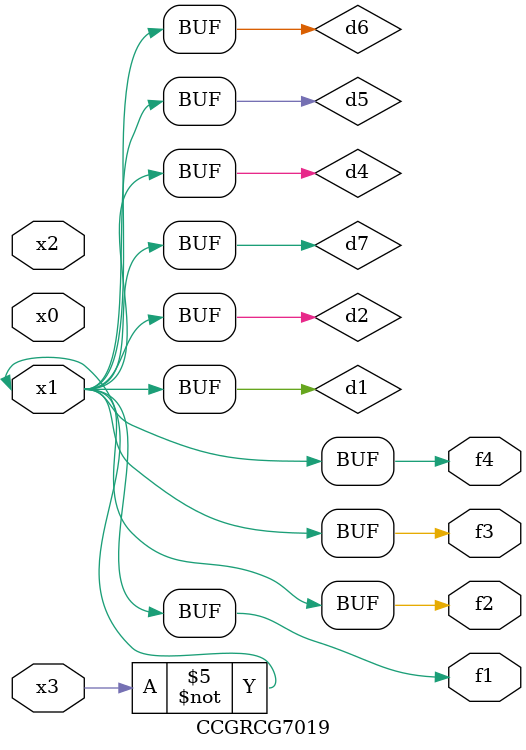
<source format=v>
module CCGRCG7019(
	input x0, x1, x2, x3,
	output f1, f2, f3, f4
);

	wire d1, d2, d3, d4, d5, d6, d7;

	not (d1, x3);
	buf (d2, x1);
	xnor (d3, d1, d2);
	nor (d4, d1);
	buf (d5, d1, d2);
	buf (d6, d4, d5);
	nand (d7, d4);
	assign f1 = d6;
	assign f2 = d7;
	assign f3 = d6;
	assign f4 = d6;
endmodule

</source>
